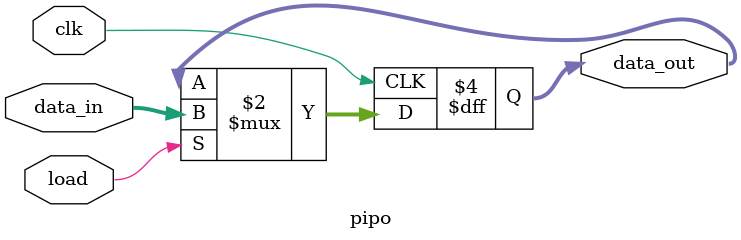
<source format=v>

module pipo (
    data_out, data_in, load, clk
);

    input [15 : 0] data_in;
    input load, clk;
    output reg [15 : 0] data_out;

    always @(posedge clk) begin
        if(load) data_out <= data_in;
    end
    
endmodule
</source>
